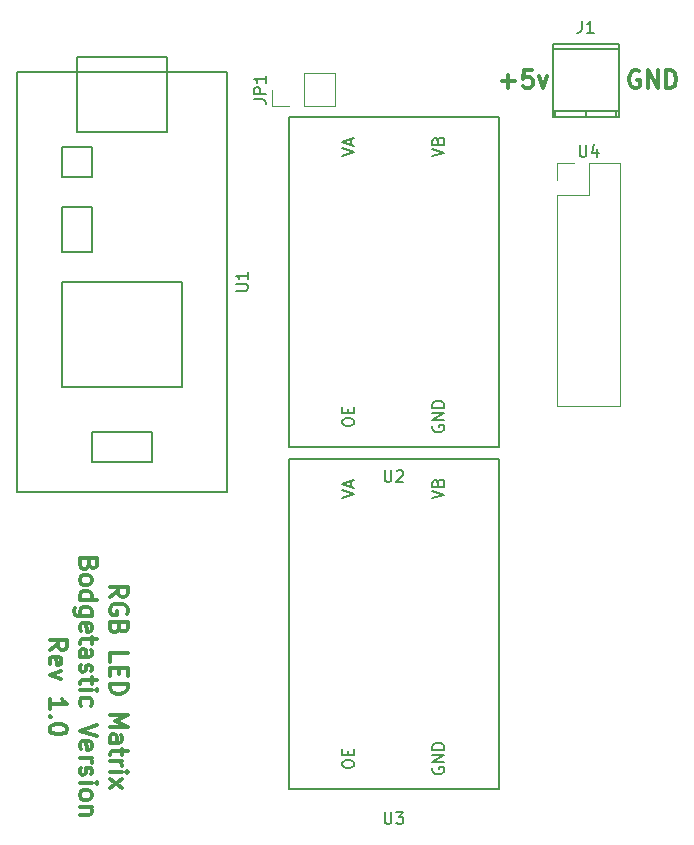
<source format=gto>
G04 #@! TF.FileFunction,Legend,Top*
%FSLAX46Y46*%
G04 Gerber Fmt 4.6, Leading zero omitted, Abs format (unit mm)*
G04 Created by KiCad (PCBNEW 4.0.5) date Saturday, 14 January 2017 'PMt' 15:43:45*
%MOMM*%
%LPD*%
G01*
G04 APERTURE LIST*
%ADD10C,0.100000*%
%ADD11C,0.300000*%
%ADD12C,0.150000*%
%ADD13C,0.120000*%
G04 APERTURE END LIST*
D10*
D11*
X116933429Y-121678857D02*
X117647714Y-121178857D01*
X116933429Y-120821714D02*
X118433429Y-120821714D01*
X118433429Y-121393142D01*
X118362000Y-121536000D01*
X118290571Y-121607428D01*
X118147714Y-121678857D01*
X117933429Y-121678857D01*
X117790571Y-121607428D01*
X117719143Y-121536000D01*
X117647714Y-121393142D01*
X117647714Y-120821714D01*
X118362000Y-123107428D02*
X118433429Y-122964571D01*
X118433429Y-122750285D01*
X118362000Y-122536000D01*
X118219143Y-122393142D01*
X118076286Y-122321714D01*
X117790571Y-122250285D01*
X117576286Y-122250285D01*
X117290571Y-122321714D01*
X117147714Y-122393142D01*
X117004857Y-122536000D01*
X116933429Y-122750285D01*
X116933429Y-122893142D01*
X117004857Y-123107428D01*
X117076286Y-123178857D01*
X117576286Y-123178857D01*
X117576286Y-122893142D01*
X117719143Y-124321714D02*
X117647714Y-124536000D01*
X117576286Y-124607428D01*
X117433429Y-124678857D01*
X117219143Y-124678857D01*
X117076286Y-124607428D01*
X117004857Y-124536000D01*
X116933429Y-124393142D01*
X116933429Y-123821714D01*
X118433429Y-123821714D01*
X118433429Y-124321714D01*
X118362000Y-124464571D01*
X118290571Y-124536000D01*
X118147714Y-124607428D01*
X118004857Y-124607428D01*
X117862000Y-124536000D01*
X117790571Y-124464571D01*
X117719143Y-124321714D01*
X117719143Y-123821714D01*
X116933429Y-127178857D02*
X116933429Y-126464571D01*
X118433429Y-126464571D01*
X117719143Y-127678857D02*
X117719143Y-128178857D01*
X116933429Y-128393143D02*
X116933429Y-127678857D01*
X118433429Y-127678857D01*
X118433429Y-128393143D01*
X116933429Y-129036000D02*
X118433429Y-129036000D01*
X118433429Y-129393143D01*
X118362000Y-129607428D01*
X118219143Y-129750286D01*
X118076286Y-129821714D01*
X117790571Y-129893143D01*
X117576286Y-129893143D01*
X117290571Y-129821714D01*
X117147714Y-129750286D01*
X117004857Y-129607428D01*
X116933429Y-129393143D01*
X116933429Y-129036000D01*
X116933429Y-131678857D02*
X118433429Y-131678857D01*
X117362000Y-132178857D01*
X118433429Y-132678857D01*
X116933429Y-132678857D01*
X116933429Y-134036000D02*
X117719143Y-134036000D01*
X117862000Y-133964571D01*
X117933429Y-133821714D01*
X117933429Y-133536000D01*
X117862000Y-133393143D01*
X117004857Y-134036000D02*
X116933429Y-133893143D01*
X116933429Y-133536000D01*
X117004857Y-133393143D01*
X117147714Y-133321714D01*
X117290571Y-133321714D01*
X117433429Y-133393143D01*
X117504857Y-133536000D01*
X117504857Y-133893143D01*
X117576286Y-134036000D01*
X117933429Y-134536000D02*
X117933429Y-135107429D01*
X118433429Y-134750286D02*
X117147714Y-134750286D01*
X117004857Y-134821714D01*
X116933429Y-134964572D01*
X116933429Y-135107429D01*
X116933429Y-135607429D02*
X117933429Y-135607429D01*
X117647714Y-135607429D02*
X117790571Y-135678857D01*
X117862000Y-135750286D01*
X117933429Y-135893143D01*
X117933429Y-136036000D01*
X116933429Y-136536000D02*
X117933429Y-136536000D01*
X118433429Y-136536000D02*
X118362000Y-136464571D01*
X118290571Y-136536000D01*
X118362000Y-136607428D01*
X118433429Y-136536000D01*
X118290571Y-136536000D01*
X116933429Y-137107429D02*
X117933429Y-137893143D01*
X117933429Y-137107429D02*
X116933429Y-137893143D01*
X115169143Y-118928857D02*
X115097714Y-119143143D01*
X115026286Y-119214571D01*
X114883429Y-119286000D01*
X114669143Y-119286000D01*
X114526286Y-119214571D01*
X114454857Y-119143143D01*
X114383429Y-119000285D01*
X114383429Y-118428857D01*
X115883429Y-118428857D01*
X115883429Y-118928857D01*
X115812000Y-119071714D01*
X115740571Y-119143143D01*
X115597714Y-119214571D01*
X115454857Y-119214571D01*
X115312000Y-119143143D01*
X115240571Y-119071714D01*
X115169143Y-118928857D01*
X115169143Y-118428857D01*
X114383429Y-120143143D02*
X114454857Y-120000285D01*
X114526286Y-119928857D01*
X114669143Y-119857428D01*
X115097714Y-119857428D01*
X115240571Y-119928857D01*
X115312000Y-120000285D01*
X115383429Y-120143143D01*
X115383429Y-120357428D01*
X115312000Y-120500285D01*
X115240571Y-120571714D01*
X115097714Y-120643143D01*
X114669143Y-120643143D01*
X114526286Y-120571714D01*
X114454857Y-120500285D01*
X114383429Y-120357428D01*
X114383429Y-120143143D01*
X114383429Y-121928857D02*
X115883429Y-121928857D01*
X114454857Y-121928857D02*
X114383429Y-121786000D01*
X114383429Y-121500286D01*
X114454857Y-121357428D01*
X114526286Y-121286000D01*
X114669143Y-121214571D01*
X115097714Y-121214571D01*
X115240571Y-121286000D01*
X115312000Y-121357428D01*
X115383429Y-121500286D01*
X115383429Y-121786000D01*
X115312000Y-121928857D01*
X115383429Y-123286000D02*
X114169143Y-123286000D01*
X114026286Y-123214571D01*
X113954857Y-123143143D01*
X113883429Y-123000286D01*
X113883429Y-122786000D01*
X113954857Y-122643143D01*
X114454857Y-123286000D02*
X114383429Y-123143143D01*
X114383429Y-122857429D01*
X114454857Y-122714571D01*
X114526286Y-122643143D01*
X114669143Y-122571714D01*
X115097714Y-122571714D01*
X115240571Y-122643143D01*
X115312000Y-122714571D01*
X115383429Y-122857429D01*
X115383429Y-123143143D01*
X115312000Y-123286000D01*
X114454857Y-124571714D02*
X114383429Y-124428857D01*
X114383429Y-124143143D01*
X114454857Y-124000286D01*
X114597714Y-123928857D01*
X115169143Y-123928857D01*
X115312000Y-124000286D01*
X115383429Y-124143143D01*
X115383429Y-124428857D01*
X115312000Y-124571714D01*
X115169143Y-124643143D01*
X115026286Y-124643143D01*
X114883429Y-123928857D01*
X115383429Y-125071714D02*
X115383429Y-125643143D01*
X115883429Y-125286000D02*
X114597714Y-125286000D01*
X114454857Y-125357428D01*
X114383429Y-125500286D01*
X114383429Y-125643143D01*
X114383429Y-126786000D02*
X115169143Y-126786000D01*
X115312000Y-126714571D01*
X115383429Y-126571714D01*
X115383429Y-126286000D01*
X115312000Y-126143143D01*
X114454857Y-126786000D02*
X114383429Y-126643143D01*
X114383429Y-126286000D01*
X114454857Y-126143143D01*
X114597714Y-126071714D01*
X114740571Y-126071714D01*
X114883429Y-126143143D01*
X114954857Y-126286000D01*
X114954857Y-126643143D01*
X115026286Y-126786000D01*
X114454857Y-127428857D02*
X114383429Y-127571714D01*
X114383429Y-127857429D01*
X114454857Y-128000286D01*
X114597714Y-128071714D01*
X114669143Y-128071714D01*
X114812000Y-128000286D01*
X114883429Y-127857429D01*
X114883429Y-127643143D01*
X114954857Y-127500286D01*
X115097714Y-127428857D01*
X115169143Y-127428857D01*
X115312000Y-127500286D01*
X115383429Y-127643143D01*
X115383429Y-127857429D01*
X115312000Y-128000286D01*
X115383429Y-128500286D02*
X115383429Y-129071715D01*
X115883429Y-128714572D02*
X114597714Y-128714572D01*
X114454857Y-128786000D01*
X114383429Y-128928858D01*
X114383429Y-129071715D01*
X114383429Y-129571715D02*
X115383429Y-129571715D01*
X115883429Y-129571715D02*
X115812000Y-129500286D01*
X115740571Y-129571715D01*
X115812000Y-129643143D01*
X115883429Y-129571715D01*
X115740571Y-129571715D01*
X114454857Y-130928858D02*
X114383429Y-130786001D01*
X114383429Y-130500287D01*
X114454857Y-130357429D01*
X114526286Y-130286001D01*
X114669143Y-130214572D01*
X115097714Y-130214572D01*
X115240571Y-130286001D01*
X115312000Y-130357429D01*
X115383429Y-130500287D01*
X115383429Y-130786001D01*
X115312000Y-130928858D01*
X115883429Y-132500286D02*
X114383429Y-133000286D01*
X115883429Y-133500286D01*
X114454857Y-134571714D02*
X114383429Y-134428857D01*
X114383429Y-134143143D01*
X114454857Y-134000286D01*
X114597714Y-133928857D01*
X115169143Y-133928857D01*
X115312000Y-134000286D01*
X115383429Y-134143143D01*
X115383429Y-134428857D01*
X115312000Y-134571714D01*
X115169143Y-134643143D01*
X115026286Y-134643143D01*
X114883429Y-133928857D01*
X114383429Y-135286000D02*
X115383429Y-135286000D01*
X115097714Y-135286000D02*
X115240571Y-135357428D01*
X115312000Y-135428857D01*
X115383429Y-135571714D01*
X115383429Y-135714571D01*
X114454857Y-136143142D02*
X114383429Y-136285999D01*
X114383429Y-136571714D01*
X114454857Y-136714571D01*
X114597714Y-136785999D01*
X114669143Y-136785999D01*
X114812000Y-136714571D01*
X114883429Y-136571714D01*
X114883429Y-136357428D01*
X114954857Y-136214571D01*
X115097714Y-136143142D01*
X115169143Y-136143142D01*
X115312000Y-136214571D01*
X115383429Y-136357428D01*
X115383429Y-136571714D01*
X115312000Y-136714571D01*
X114383429Y-137428857D02*
X115383429Y-137428857D01*
X115883429Y-137428857D02*
X115812000Y-137357428D01*
X115740571Y-137428857D01*
X115812000Y-137500285D01*
X115883429Y-137428857D01*
X115740571Y-137428857D01*
X114383429Y-138357429D02*
X114454857Y-138214571D01*
X114526286Y-138143143D01*
X114669143Y-138071714D01*
X115097714Y-138071714D01*
X115240571Y-138143143D01*
X115312000Y-138214571D01*
X115383429Y-138357429D01*
X115383429Y-138571714D01*
X115312000Y-138714571D01*
X115240571Y-138786000D01*
X115097714Y-138857429D01*
X114669143Y-138857429D01*
X114526286Y-138786000D01*
X114454857Y-138714571D01*
X114383429Y-138571714D01*
X114383429Y-138357429D01*
X115383429Y-139500286D02*
X114383429Y-139500286D01*
X115240571Y-139500286D02*
X115312000Y-139571714D01*
X115383429Y-139714572D01*
X115383429Y-139928857D01*
X115312000Y-140071714D01*
X115169143Y-140143143D01*
X114383429Y-140143143D01*
X111833429Y-126178858D02*
X112547714Y-125678858D01*
X111833429Y-125321715D02*
X113333429Y-125321715D01*
X113333429Y-125893143D01*
X113262000Y-126036001D01*
X113190571Y-126107429D01*
X113047714Y-126178858D01*
X112833429Y-126178858D01*
X112690571Y-126107429D01*
X112619143Y-126036001D01*
X112547714Y-125893143D01*
X112547714Y-125321715D01*
X111904857Y-127393143D02*
X111833429Y-127250286D01*
X111833429Y-126964572D01*
X111904857Y-126821715D01*
X112047714Y-126750286D01*
X112619143Y-126750286D01*
X112762000Y-126821715D01*
X112833429Y-126964572D01*
X112833429Y-127250286D01*
X112762000Y-127393143D01*
X112619143Y-127464572D01*
X112476286Y-127464572D01*
X112333429Y-126750286D01*
X112833429Y-127964572D02*
X111833429Y-128321715D01*
X112833429Y-128678857D01*
X111833429Y-131178857D02*
X111833429Y-130321714D01*
X111833429Y-130750286D02*
X113333429Y-130750286D01*
X113119143Y-130607429D01*
X112976286Y-130464571D01*
X112904857Y-130321714D01*
X111976286Y-131821714D02*
X111904857Y-131893142D01*
X111833429Y-131821714D01*
X111904857Y-131750285D01*
X111976286Y-131821714D01*
X111833429Y-131821714D01*
X113333429Y-132821714D02*
X113333429Y-132964571D01*
X113262000Y-133107428D01*
X113190571Y-133178857D01*
X113047714Y-133250286D01*
X112762000Y-133321714D01*
X112404857Y-133321714D01*
X112119143Y-133250286D01*
X111976286Y-133178857D01*
X111904857Y-133107428D01*
X111833429Y-132964571D01*
X111833429Y-132821714D01*
X111904857Y-132678857D01*
X111976286Y-132607428D01*
X112119143Y-132536000D01*
X112404857Y-132464571D01*
X112762000Y-132464571D01*
X113047714Y-132536000D01*
X113190571Y-132607428D01*
X113262000Y-132678857D01*
X113333429Y-132821714D01*
X161747343Y-77177200D02*
X161604486Y-77105771D01*
X161390200Y-77105771D01*
X161175915Y-77177200D01*
X161033057Y-77320057D01*
X160961629Y-77462914D01*
X160890200Y-77748629D01*
X160890200Y-77962914D01*
X160961629Y-78248629D01*
X161033057Y-78391486D01*
X161175915Y-78534343D01*
X161390200Y-78605771D01*
X161533057Y-78605771D01*
X161747343Y-78534343D01*
X161818772Y-78462914D01*
X161818772Y-77962914D01*
X161533057Y-77962914D01*
X162461629Y-78605771D02*
X162461629Y-77105771D01*
X163318772Y-78605771D01*
X163318772Y-77105771D01*
X164033058Y-78605771D02*
X164033058Y-77105771D01*
X164390201Y-77105771D01*
X164604486Y-77177200D01*
X164747344Y-77320057D01*
X164818772Y-77462914D01*
X164890201Y-77748629D01*
X164890201Y-77962914D01*
X164818772Y-78248629D01*
X164747344Y-78391486D01*
X164604486Y-78534343D01*
X164390201Y-78605771D01*
X164033058Y-78605771D01*
X150111058Y-78034343D02*
X151253915Y-78034343D01*
X150682486Y-78605771D02*
X150682486Y-77462914D01*
X152682487Y-77105771D02*
X151968201Y-77105771D01*
X151896772Y-77820057D01*
X151968201Y-77748629D01*
X152111058Y-77677200D01*
X152468201Y-77677200D01*
X152611058Y-77748629D01*
X152682487Y-77820057D01*
X152753915Y-77962914D01*
X152753915Y-78320057D01*
X152682487Y-78462914D01*
X152611058Y-78534343D01*
X152468201Y-78605771D01*
X152111058Y-78605771D01*
X151968201Y-78534343D01*
X151896772Y-78462914D01*
X153253915Y-77605771D02*
X153611058Y-78605771D01*
X153968200Y-77605771D01*
D12*
X160025080Y-80578960D02*
X154426920Y-80578960D01*
X154625040Y-81076800D02*
X154625040Y-80578960D01*
X159826960Y-80578960D02*
X159826960Y-81076800D01*
X157226000Y-81076800D02*
X157226000Y-80578960D01*
X154426920Y-75277980D02*
X160025080Y-75277980D01*
X154426920Y-81076800D02*
X160025080Y-81076800D01*
X160025080Y-81076800D02*
X160025080Y-74879200D01*
X160025080Y-74879200D02*
X154426920Y-74879200D01*
X154426920Y-74879200D02*
X154426920Y-81076800D01*
D13*
X133350000Y-80130000D02*
X136010000Y-80130000D01*
X136010000Y-80130000D02*
X136010000Y-77350000D01*
X136010000Y-77350000D02*
X133350000Y-77350000D01*
X133350000Y-77350000D02*
X133350000Y-80130000D01*
X132080000Y-80130000D02*
X130690000Y-80130000D01*
X130690000Y-80130000D02*
X130690000Y-78740000D01*
X154820000Y-87630000D02*
X154820000Y-105530000D01*
X154820000Y-105530000D02*
X160140000Y-105530000D01*
X160140000Y-105530000D02*
X160140000Y-84970000D01*
X160140000Y-84970000D02*
X157480000Y-84970000D01*
X157480000Y-84970000D02*
X157480000Y-87630000D01*
X157480000Y-87630000D02*
X154820000Y-87630000D01*
X154820000Y-86360000D02*
X154820000Y-84970000D01*
X154820000Y-84970000D02*
X156210000Y-84970000D01*
D12*
X114190000Y-77220000D02*
X114190000Y-75950000D01*
X114190000Y-75950000D02*
X121810000Y-75950000D01*
X121810000Y-75950000D02*
X121810000Y-77220000D01*
X112920000Y-88650000D02*
X112920000Y-92460000D01*
X112920000Y-92460000D02*
X115460000Y-92460000D01*
X115460000Y-92460000D02*
X115460000Y-88650000D01*
X115460000Y-88650000D02*
X112920000Y-88650000D01*
X114190000Y-82300000D02*
X121810000Y-82300000D01*
X121810000Y-82300000D02*
X121810000Y-77220000D01*
X114190000Y-82300000D02*
X114190000Y-77220000D01*
X112920000Y-83570000D02*
X112920000Y-86110000D01*
X112920000Y-86110000D02*
X115460000Y-86110000D01*
X115460000Y-86110000D02*
X115460000Y-83570000D01*
X115460000Y-83570000D02*
X112920000Y-83570000D01*
X120540000Y-110240000D02*
X115460000Y-110240000D01*
X115460000Y-110240000D02*
X115460000Y-107700000D01*
X115460000Y-107700000D02*
X120540000Y-107700000D01*
X120540000Y-107700000D02*
X120540000Y-110240000D01*
X112920000Y-103890000D02*
X123080000Y-103890000D01*
X123080000Y-95000000D02*
X112920000Y-95000000D01*
X123080000Y-103890000D02*
X123080000Y-95000000D01*
X112920000Y-103890000D02*
X112920000Y-95000000D01*
X126890000Y-77220000D02*
X126890000Y-112780000D01*
X126890000Y-112780000D02*
X109110000Y-112780000D01*
X109110000Y-112780000D02*
X109110000Y-77220000D01*
X109110000Y-77220000D02*
X126890000Y-77220000D01*
X149860000Y-109982000D02*
X132080000Y-109982000D01*
X149860000Y-137922000D02*
X132080000Y-137922000D01*
X149860000Y-109982000D02*
X149860000Y-137922000D01*
X132080000Y-137922000D02*
X132080000Y-109982000D01*
X149860000Y-81026000D02*
X132080000Y-81026000D01*
X149860000Y-108966000D02*
X132080000Y-108966000D01*
X149860000Y-81026000D02*
X149860000Y-108966000D01*
X132080000Y-108966000D02*
X132080000Y-81026000D01*
X156892667Y-72929501D02*
X156892667Y-73643787D01*
X156845047Y-73786644D01*
X156749809Y-73881882D01*
X156606952Y-73929501D01*
X156511714Y-73929501D01*
X157892667Y-73929501D02*
X157321238Y-73929501D01*
X157606952Y-73929501D02*
X157606952Y-72929501D01*
X157511714Y-73072358D01*
X157416476Y-73167596D01*
X157321238Y-73215215D01*
X129142381Y-79573333D02*
X129856667Y-79573333D01*
X129999524Y-79620953D01*
X130094762Y-79716191D01*
X130142381Y-79859048D01*
X130142381Y-79954286D01*
X130142381Y-79097143D02*
X129142381Y-79097143D01*
X129142381Y-78716190D01*
X129190000Y-78620952D01*
X129237619Y-78573333D01*
X129332857Y-78525714D01*
X129475714Y-78525714D01*
X129570952Y-78573333D01*
X129618571Y-78620952D01*
X129666190Y-78716190D01*
X129666190Y-79097143D01*
X130142381Y-77573333D02*
X130142381Y-78144762D01*
X130142381Y-77859048D02*
X129142381Y-77859048D01*
X129285238Y-77954286D01*
X129380476Y-78049524D01*
X129428095Y-78144762D01*
X156718095Y-83422381D02*
X156718095Y-84231905D01*
X156765714Y-84327143D01*
X156813333Y-84374762D01*
X156908571Y-84422381D01*
X157099048Y-84422381D01*
X157194286Y-84374762D01*
X157241905Y-84327143D01*
X157289524Y-84231905D01*
X157289524Y-83422381D01*
X158194286Y-83755714D02*
X158194286Y-84422381D01*
X157956190Y-83374762D02*
X157718095Y-84089048D01*
X158337143Y-84089048D01*
X127612381Y-95761905D02*
X128421905Y-95761905D01*
X128517143Y-95714286D01*
X128564762Y-95666667D01*
X128612381Y-95571429D01*
X128612381Y-95380952D01*
X128564762Y-95285714D01*
X128517143Y-95238095D01*
X128421905Y-95190476D01*
X127612381Y-95190476D01*
X128612381Y-94190476D02*
X128612381Y-94761905D01*
X128612381Y-94476191D02*
X127612381Y-94476191D01*
X127755238Y-94571429D01*
X127850476Y-94666667D01*
X127898095Y-94761905D01*
X140208095Y-139914381D02*
X140208095Y-140723905D01*
X140255714Y-140819143D01*
X140303333Y-140866762D01*
X140398571Y-140914381D01*
X140589048Y-140914381D01*
X140684286Y-140866762D01*
X140731905Y-140819143D01*
X140779524Y-140723905D01*
X140779524Y-139914381D01*
X141160476Y-139914381D02*
X141779524Y-139914381D01*
X141446190Y-140295333D01*
X141589048Y-140295333D01*
X141684286Y-140342952D01*
X141731905Y-140390571D01*
X141779524Y-140485810D01*
X141779524Y-140723905D01*
X141731905Y-140819143D01*
X141684286Y-140866762D01*
X141589048Y-140914381D01*
X141303333Y-140914381D01*
X141208095Y-140866762D01*
X141160476Y-140819143D01*
X136612381Y-135929619D02*
X136612381Y-135739142D01*
X136660000Y-135643904D01*
X136755238Y-135548666D01*
X136945714Y-135501047D01*
X137279048Y-135501047D01*
X137469524Y-135548666D01*
X137564762Y-135643904D01*
X137612381Y-135739142D01*
X137612381Y-135929619D01*
X137564762Y-136024857D01*
X137469524Y-136120095D01*
X137279048Y-136167714D01*
X136945714Y-136167714D01*
X136755238Y-136120095D01*
X136660000Y-136024857D01*
X136612381Y-135929619D01*
X137088571Y-135072476D02*
X137088571Y-134739142D01*
X137612381Y-134596285D02*
X137612381Y-135072476D01*
X136612381Y-135072476D01*
X136612381Y-134596285D01*
X144280000Y-136143904D02*
X144232381Y-136239142D01*
X144232381Y-136381999D01*
X144280000Y-136524857D01*
X144375238Y-136620095D01*
X144470476Y-136667714D01*
X144660952Y-136715333D01*
X144803810Y-136715333D01*
X144994286Y-136667714D01*
X145089524Y-136620095D01*
X145184762Y-136524857D01*
X145232381Y-136381999D01*
X145232381Y-136286761D01*
X145184762Y-136143904D01*
X145137143Y-136096285D01*
X144803810Y-136096285D01*
X144803810Y-136286761D01*
X145232381Y-135667714D02*
X144232381Y-135667714D01*
X145232381Y-135096285D01*
X144232381Y-135096285D01*
X145232381Y-134620095D02*
X144232381Y-134620095D01*
X144232381Y-134382000D01*
X144280000Y-134239142D01*
X144375238Y-134143904D01*
X144470476Y-134096285D01*
X144660952Y-134048666D01*
X144803810Y-134048666D01*
X144994286Y-134096285D01*
X145089524Y-134143904D01*
X145184762Y-134239142D01*
X145232381Y-134382000D01*
X145232381Y-134620095D01*
X144232381Y-113355333D02*
X145232381Y-113022000D01*
X144232381Y-112688666D01*
X144708571Y-112021999D02*
X144756190Y-111879142D01*
X144803810Y-111831523D01*
X144899048Y-111783904D01*
X145041905Y-111783904D01*
X145137143Y-111831523D01*
X145184762Y-111879142D01*
X145232381Y-111974380D01*
X145232381Y-112355333D01*
X144232381Y-112355333D01*
X144232381Y-112021999D01*
X144280000Y-111926761D01*
X144327619Y-111879142D01*
X144422857Y-111831523D01*
X144518095Y-111831523D01*
X144613333Y-111879142D01*
X144660952Y-111926761D01*
X144708571Y-112021999D01*
X144708571Y-112355333D01*
X136612381Y-113283905D02*
X137612381Y-112950572D01*
X136612381Y-112617238D01*
X137326667Y-112331524D02*
X137326667Y-111855333D01*
X137612381Y-112426762D02*
X136612381Y-112093429D01*
X137612381Y-111760095D01*
X140208095Y-110958381D02*
X140208095Y-111767905D01*
X140255714Y-111863143D01*
X140303333Y-111910762D01*
X140398571Y-111958381D01*
X140589048Y-111958381D01*
X140684286Y-111910762D01*
X140731905Y-111863143D01*
X140779524Y-111767905D01*
X140779524Y-110958381D01*
X141208095Y-111053619D02*
X141255714Y-111006000D01*
X141350952Y-110958381D01*
X141589048Y-110958381D01*
X141684286Y-111006000D01*
X141731905Y-111053619D01*
X141779524Y-111148857D01*
X141779524Y-111244095D01*
X141731905Y-111386952D01*
X141160476Y-111958381D01*
X141779524Y-111958381D01*
X136612381Y-106973619D02*
X136612381Y-106783142D01*
X136660000Y-106687904D01*
X136755238Y-106592666D01*
X136945714Y-106545047D01*
X137279048Y-106545047D01*
X137469524Y-106592666D01*
X137564762Y-106687904D01*
X137612381Y-106783142D01*
X137612381Y-106973619D01*
X137564762Y-107068857D01*
X137469524Y-107164095D01*
X137279048Y-107211714D01*
X136945714Y-107211714D01*
X136755238Y-107164095D01*
X136660000Y-107068857D01*
X136612381Y-106973619D01*
X137088571Y-106116476D02*
X137088571Y-105783142D01*
X137612381Y-105640285D02*
X137612381Y-106116476D01*
X136612381Y-106116476D01*
X136612381Y-105640285D01*
X144280000Y-107187904D02*
X144232381Y-107283142D01*
X144232381Y-107425999D01*
X144280000Y-107568857D01*
X144375238Y-107664095D01*
X144470476Y-107711714D01*
X144660952Y-107759333D01*
X144803810Y-107759333D01*
X144994286Y-107711714D01*
X145089524Y-107664095D01*
X145184762Y-107568857D01*
X145232381Y-107425999D01*
X145232381Y-107330761D01*
X145184762Y-107187904D01*
X145137143Y-107140285D01*
X144803810Y-107140285D01*
X144803810Y-107330761D01*
X145232381Y-106711714D02*
X144232381Y-106711714D01*
X145232381Y-106140285D01*
X144232381Y-106140285D01*
X145232381Y-105664095D02*
X144232381Y-105664095D01*
X144232381Y-105426000D01*
X144280000Y-105283142D01*
X144375238Y-105187904D01*
X144470476Y-105140285D01*
X144660952Y-105092666D01*
X144803810Y-105092666D01*
X144994286Y-105140285D01*
X145089524Y-105187904D01*
X145184762Y-105283142D01*
X145232381Y-105426000D01*
X145232381Y-105664095D01*
X144232381Y-84399333D02*
X145232381Y-84066000D01*
X144232381Y-83732666D01*
X144708571Y-83065999D02*
X144756190Y-82923142D01*
X144803810Y-82875523D01*
X144899048Y-82827904D01*
X145041905Y-82827904D01*
X145137143Y-82875523D01*
X145184762Y-82923142D01*
X145232381Y-83018380D01*
X145232381Y-83399333D01*
X144232381Y-83399333D01*
X144232381Y-83065999D01*
X144280000Y-82970761D01*
X144327619Y-82923142D01*
X144422857Y-82875523D01*
X144518095Y-82875523D01*
X144613333Y-82923142D01*
X144660952Y-82970761D01*
X144708571Y-83065999D01*
X144708571Y-83399333D01*
X136612381Y-84327905D02*
X137612381Y-83994572D01*
X136612381Y-83661238D01*
X137326667Y-83375524D02*
X137326667Y-82899333D01*
X137612381Y-83470762D02*
X136612381Y-83137429D01*
X137612381Y-82804095D01*
M02*

</source>
